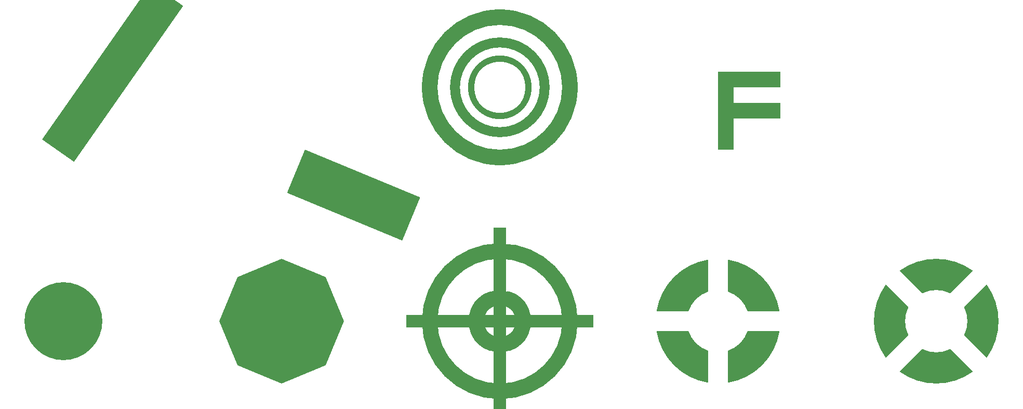
<source format=gbr>
%FSLAX24Y24*%
%MOIN*%

%AMCIRCLE*1,1,0.5,0,0*%
%AMLINE*20,1,0.25,0,0.1,1,0.8,20*%
%AMRECTANGLE*21,1,0.8,0.3,0.5,0,-22.5*%
%AMLINE2*22,1,0.4,0.1,0,0,$1*%
%AMOUTLINE*
4,1,4,0.1,0.1,0.5,0,0.8,0.5,0.2,0.9,0.1,0.1,0*%
%AMPOLYGON*5,1,8,0,0,0.8,0*%
%AMMOIRE*6,0,0,1,0.1,0.2,2,0.08,1.2,0*%
%AMTHERMAL0*7,0,0,0.8,0.4,0.125,0*%
%AMTHERMAL45*7,0,0,0.8,0.4,0.125,45*%
%AMTARGET*1,1,$1,0,0*$1=$1x0.8*1,0,$1,0,0*$1=$1x0.8*1,1,$1,0,0*$1=$1x0.8*1,0,$1,0,0*$1=$1x0.8*1,1,$1,0,0*$1=$1x0.8*1,0,$1,0,0*%

G04 Bottom row *
%ADD20CIRCLE*%
%ADD21POLYGON*%
%ADD22MOIRE*%
%ADD23THERMAL0*%
%ADD24THERMAL45*%

G04 Top row *
%ADD10LINE*%
%ADD11RECTANGLE*%
%ADD12OUTLINE*%
%ADD13LINE2,0*%
%ADD14LINE2,-90*%
%ADD15TARGET,1*%

D20*
X0Y0D03*
D21*
X14000D03*
D22*
X28000D03*
D23*
X42000D03*
D24*
X56000D03*

D10*
X0Y10000D03*
D11*
X14000D03*
D15*
X28000Y15000D03*
D13*
X42000D03*
Y13000D03*
D14*
X42000Y15000D03*

M02*

</source>
